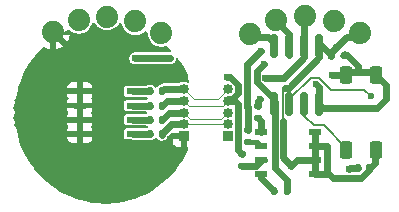
<source format=gbr>
%TF.GenerationSoftware,KiCad,Pcbnew,9.0.4*%
%TF.CreationDate,2025-12-16T21:44:14-08:00*%
%TF.ProjectId,Droplet,44726f70-6c65-4742-9e6b-696361645f70,rev?*%
%TF.SameCoordinates,Original*%
%TF.FileFunction,Copper,L1,Top*%
%TF.FilePolarity,Positive*%
%FSLAX46Y46*%
G04 Gerber Fmt 4.6, Leading zero omitted, Abs format (unit mm)*
G04 Created by KiCad (PCBNEW 9.0.4) date 2025-12-16 21:44:14*
%MOMM*%
%LPD*%
G01*
G04 APERTURE LIST*
G04 Aperture macros list*
%AMRoundRect*
0 Rectangle with rounded corners*
0 $1 Rounding radius*
0 $2 $3 $4 $5 $6 $7 $8 $9 X,Y pos of 4 corners*
0 Add a 4 corners polygon primitive as box body*
4,1,4,$2,$3,$4,$5,$6,$7,$8,$9,$2,$3,0*
0 Add four circle primitives for the rounded corners*
1,1,$1+$1,$2,$3*
1,1,$1+$1,$4,$5*
1,1,$1+$1,$6,$7*
1,1,$1+$1,$8,$9*
0 Add four rect primitives between the rounded corners*
20,1,$1+$1,$2,$3,$4,$5,0*
20,1,$1+$1,$4,$5,$6,$7,0*
20,1,$1+$1,$6,$7,$8,$9,0*
20,1,$1+$1,$8,$9,$2,$3,0*%
G04 Aperture macros list end*
%TA.AperFunction,SMDPad,CuDef*%
%ADD10RoundRect,0.135000X-0.135000X-0.185000X0.135000X-0.185000X0.135000X0.185000X-0.135000X0.185000X0*%
%TD*%
%TA.AperFunction,ComponentPad*%
%ADD11R,0.850000X0.850000*%
%TD*%
%TA.AperFunction,ComponentPad*%
%ADD12C,0.850000*%
%TD*%
%TA.AperFunction,CastellatedPad*%
%ADD13C,1.879600*%
%TD*%
%TA.AperFunction,SMDPad,CuDef*%
%ADD14RoundRect,0.150000X-0.150000X0.825000X-0.150000X-0.825000X0.150000X-0.825000X0.150000X0.825000X0*%
%TD*%
%TA.AperFunction,SMDPad,CuDef*%
%ADD15R,1.100000X0.540000*%
%TD*%
%TA.AperFunction,SMDPad,CuDef*%
%ADD16RoundRect,0.135000X-0.185000X0.135000X-0.185000X-0.135000X0.185000X-0.135000X0.185000X0.135000X0*%
%TD*%
%TA.AperFunction,SMDPad,CuDef*%
%ADD17RoundRect,0.275000X-0.275000X0.475000X-0.275000X-0.475000X0.275000X-0.475000X0.275000X0.475000X0*%
%TD*%
%TA.AperFunction,SMDPad,CuDef*%
%ADD18RoundRect,0.135000X0.135000X0.185000X-0.135000X0.185000X-0.135000X-0.185000X0.135000X-0.185000X0*%
%TD*%
%TA.AperFunction,SMDPad,CuDef*%
%ADD19RoundRect,0.140000X-0.219203X-0.021213X-0.021213X-0.219203X0.219203X0.021213X0.021213X0.219203X0*%
%TD*%
%TA.AperFunction,SMDPad,CuDef*%
%ADD20RoundRect,0.135000X0.185000X-0.135000X0.185000X0.135000X-0.185000X0.135000X-0.185000X-0.135000X0*%
%TD*%
%TA.AperFunction,SMDPad,CuDef*%
%ADD21RoundRect,0.140000X0.140000X0.170000X-0.140000X0.170000X-0.140000X-0.170000X0.140000X-0.170000X0*%
%TD*%
%TA.AperFunction,ViaPad*%
%ADD22C,0.600000*%
%TD*%
%TA.AperFunction,Conductor*%
%ADD23C,0.406400*%
%TD*%
%TA.AperFunction,Conductor*%
%ADD24C,0.558800*%
%TD*%
%TA.AperFunction,Conductor*%
%ADD25C,0.200000*%
%TD*%
%TA.AperFunction,Conductor*%
%ADD26C,0.203200*%
%TD*%
%TA.AperFunction,Conductor*%
%ADD27C,0.100000*%
%TD*%
G04 APERTURE END LIST*
D10*
%TO.P,R7,1*%
%TO.N,Net-(D2-Pad6)*%
X105213817Y-33822241D03*
%TO.P,R7,2*%
%TO.N,/PA1*%
X106233817Y-33822241D03*
%TD*%
D11*
%TO.P,J2,1,Pin_1*%
%TO.N,VBATT*%
X111832825Y-36417001D03*
D12*
%TO.P,J2,2,Pin_2*%
%TO.N,/PA6*%
X111832825Y-35417001D03*
%TO.P,J2,3,Pin_3*%
%TO.N,/PA7*%
X111832825Y-34417001D03*
%TO.P,J2,4,Pin_4*%
%TO.N,/PA1*%
X111832825Y-33417001D03*
%TO.P,J2,5,Pin_5*%
%TO.N,/PA2*%
X111832825Y-32417001D03*
%TD*%
D13*
%TO.P,J8,1,Pin_1*%
%TO.N,/PA2*%
X99200000Y-26600000D03*
%TD*%
D14*
%TO.P,U1,1,VCC*%
%TO.N,VBATT*%
X119579825Y-28767000D03*
%TO.P,U1,2,PA6*%
%TO.N,/PA6*%
X118309825Y-28767000D03*
%TO.P,U1,3,PA7*%
%TO.N,/PA7*%
X117039825Y-28767000D03*
%TO.P,U1,4,PA1*%
%TO.N,/PA1*%
X115769825Y-28767000D03*
%TO.P,U1,5,PA2*%
%TO.N,/PA2*%
X115769825Y-33717000D03*
%TO.P,U1,6,~{RESET}/PA0*%
%TO.N,/PA0*%
X117039825Y-33717000D03*
%TO.P,U1,7,PA3*%
%TO.N,/PA3*%
X118309825Y-33717000D03*
%TO.P,U1,8,GND*%
%TO.N,GND*%
X119579825Y-33717000D03*
%TD*%
D13*
%TO.P,J10,1,Pin_1*%
%TO.N,/PA7*%
X104000000Y-26700000D03*
%TD*%
D15*
%TO.P,D1,1,1*%
%TO.N,VBATT*%
X119172824Y-36031498D03*
%TO.P,D1,2,2*%
%TO.N,Net-(D1-Pad2)*%
X114652824Y-36031498D03*
%TO.P,D1,3,3*%
%TO.N,VBATT*%
X119172824Y-37231498D03*
%TO.P,D1,4,4*%
%TO.N,Net-(D1-Pad4)*%
X114652824Y-37231498D03*
%TO.P,D1,5,5*%
%TO.N,VBATT*%
X119172824Y-38431498D03*
%TO.P,D1,6,6*%
%TO.N,Net-(D1-Pad6)*%
X114652824Y-38431498D03*
%TO.P,D1,7,7*%
%TO.N,VBATT*%
X119172824Y-39631498D03*
%TO.P,D1,8,8*%
%TO.N,Net-(D1-Pad8)*%
X114652824Y-39631498D03*
%TD*%
D13*
%TO.P,J12,1,Pin_1*%
%TO.N,VBATT*%
X97000000Y-27600000D03*
%TD*%
%TO.P,J11,1,Pin_1*%
%TO.N,/PA6*%
X101600000Y-26300000D03*
%TD*%
D16*
%TO.P,R2,1*%
%TO.N,/PA7*%
X113500000Y-35890000D03*
%TO.P,R2,2*%
%TO.N,Net-(D1-Pad4)*%
X113500000Y-36910000D03*
%TD*%
D10*
%TO.P,R6,1*%
%TO.N,Net-(D2-Pad4)*%
X105208284Y-35017318D03*
%TO.P,R6,2*%
%TO.N,/PA7*%
X106228284Y-35017318D03*
%TD*%
D13*
%TO.P,J4,1,Pin_1*%
%TO.N,/PA7*%
X115900000Y-26600000D03*
%TD*%
D10*
%TO.P,R8,1*%
%TO.N,Net-(D2-Pad8)*%
X105219460Y-32613600D03*
%TO.P,R8,2*%
%TO.N,/PA2*%
X106239460Y-32613600D03*
%TD*%
D16*
%TO.P,R3,1*%
%TO.N,/PA1*%
X113030000Y-37894800D03*
%TO.P,R3,2*%
%TO.N,Net-(D1-Pad6)*%
X113030000Y-38914800D03*
%TD*%
D13*
%TO.P,J5,1,Pin_1*%
%TO.N,/PA1*%
X113700000Y-27800000D03*
%TD*%
D17*
%TO.P,U2,1,GND*%
%TO.N,GND*%
X124405824Y-31252498D03*
%TO.P,U2,2,GND*%
X121865824Y-31252498D03*
%TO.P,U2,3,OUT*%
%TO.N,/PA3*%
X121865824Y-37552498D03*
%TO.P,U2,4,Vcc*%
%TO.N,VBATT*%
X124405824Y-37552498D03*
%TD*%
D13*
%TO.P,J6,1,Pin_1*%
%TO.N,/PA2*%
X120800000Y-26700000D03*
%TD*%
%TO.P,J7,1,Pin_1*%
%TO.N,VBATT*%
X123000000Y-27700000D03*
%TD*%
D18*
%TO.P,R5,1*%
%TO.N,/PA6*%
X106226799Y-36220400D03*
%TO.P,R5,2*%
%TO.N,Net-(D2-Pad2)*%
X105206799Y-36220400D03*
%TD*%
D19*
%TO.P,C1,1*%
%TO.N,VBATT*%
X120996389Y-28895989D03*
%TO.P,C1,2*%
%TO.N,GND*%
X121675211Y-29574811D03*
%TD*%
D15*
%TO.P,D2,1,1*%
%TO.N,VBATT*%
X99289200Y-36217000D03*
%TO.P,D2,2,2*%
%TO.N,Net-(D2-Pad2)*%
X103809200Y-36217000D03*
%TO.P,D2,3,3*%
%TO.N,VBATT*%
X99289200Y-35017000D03*
%TO.P,D2,4,4*%
%TO.N,Net-(D2-Pad4)*%
X103809200Y-35017000D03*
%TO.P,D2,5,5*%
%TO.N,VBATT*%
X99289200Y-33817000D03*
%TO.P,D2,6,6*%
%TO.N,Net-(D2-Pad6)*%
X103809200Y-33817000D03*
%TO.P,D2,7,7*%
%TO.N,VBATT*%
X99289200Y-32617000D03*
%TO.P,D2,8,8*%
%TO.N,Net-(D2-Pad8)*%
X103809200Y-32617000D03*
%TD*%
D20*
%TO.P,R1,1*%
%TO.N,Net-(D1-Pad2)*%
X114400000Y-34910000D03*
%TO.P,R1,2*%
%TO.N,/PA6*%
X114400000Y-33890000D03*
%TD*%
D13*
%TO.P,J9,1,Pin_1*%
%TO.N,/PA1*%
X106200000Y-27700000D03*
%TD*%
D21*
%TO.P,C2,1*%
%TO.N,VBATT*%
X123780000Y-39100000D03*
%TO.P,C2,2*%
%TO.N,GND*%
X122820000Y-39100000D03*
%TD*%
D18*
%TO.P,R4,1*%
%TO.N,/PA2*%
X116791200Y-41046400D03*
%TO.P,R4,2*%
%TO.N,Net-(D1-Pad8)*%
X115771200Y-41046400D03*
%TD*%
D13*
%TO.P,J3,1,Pin_1*%
%TO.N,/PA6*%
X118338600Y-26250000D03*
%TD*%
D11*
%TO.P,J1,1,Pin_1*%
%TO.N,VBATT*%
X108077000Y-36417000D03*
D12*
%TO.P,J1,2,Pin_2*%
%TO.N,/PA6*%
X108077000Y-35417000D03*
%TO.P,J1,3,Pin_3*%
%TO.N,/PA7*%
X108077000Y-34417000D03*
%TO.P,J1,4,Pin_4*%
%TO.N,/PA1*%
X108077000Y-33417000D03*
%TO.P,J1,5,Pin_5*%
%TO.N,/PA2*%
X108077000Y-32417000D03*
%TD*%
D22*
%TO.N,GND*%
X119300000Y-32000000D03*
X120600000Y-31252498D03*
X125200000Y-33300000D03*
%TO.N,VBATT*%
X117200000Y-38900000D03*
%TO.N,/PA2*%
X114900000Y-30300000D03*
%TO.N,/PA6*%
X114503200Y-33300000D03*
%TO.N,/PA7*%
X113477636Y-33877636D03*
X114600000Y-29200000D03*
%TO.N,/PA1*%
X111728840Y-31398789D03*
%TO.N,VBATT*%
X96977200Y-39776400D03*
X97790000Y-33401000D03*
X101854000Y-39370000D03*
X120400000Y-39600000D03*
X106984800Y-37998400D03*
X105968800Y-39776400D03*
X124293215Y-38654003D03*
X97790000Y-36195000D03*
X99263200Y-31191200D03*
X120532324Y-29639998D03*
X94996000Y-34290000D03*
X99263200Y-37744400D03*
X98500000Y-28900000D03*
%TO.N,GND*%
X122881825Y-31013400D03*
X122100000Y-39200000D03*
%TO.N,/PA6*%
X115000000Y-31500000D03*
%TO.N,/PA2*%
X106929400Y-29800000D03*
X103970600Y-29815764D03*
%TO.N,/PA0*%
X123901200Y-33020000D03*
%TD*%
D23*
%TO.N,Net-(D1-Pad4)*%
X113500000Y-36910000D02*
X114331326Y-36910000D01*
X114331326Y-36910000D02*
X114652824Y-37231498D01*
D24*
%TO.N,/PA7*%
X113500000Y-35890000D02*
X113500000Y-33900000D01*
D23*
X113500000Y-33900000D02*
X113477636Y-33877636D01*
D25*
%TO.N,/PA0*%
X117039825Y-33717000D02*
X117039825Y-33251175D01*
X117039825Y-33251175D02*
X118842000Y-31449000D01*
X119528232Y-31449000D02*
X120570232Y-32491000D01*
X120570232Y-32491000D02*
X123372200Y-32491000D01*
X123372200Y-32491000D02*
X123901200Y-33020000D01*
X118842000Y-31449000D02*
X119528232Y-31449000D01*
D24*
%TO.N,GND*%
X119579825Y-32279825D02*
X119300000Y-32000000D01*
X119579825Y-33717000D02*
X119579825Y-32279825D01*
X120300000Y-34017000D02*
X119879825Y-34017000D01*
%TO.N,VBATT*%
X120996389Y-28895989D02*
X121892378Y-28000000D01*
X121892378Y-28000000D02*
X123003000Y-28000000D01*
X123003000Y-28000000D02*
X123164600Y-27838400D01*
%TO.N,GND*%
X125200000Y-33300000D02*
X125200000Y-32046674D01*
X125200000Y-32046674D02*
X124405824Y-31252498D01*
X121865824Y-31252498D02*
X120600000Y-31252498D01*
X120700000Y-34017000D02*
X120300000Y-34017000D01*
D25*
%TO.N,/PA3*%
X118309825Y-33717000D02*
X118309825Y-34709825D01*
X118309825Y-34709825D02*
X119101098Y-35501098D01*
X119101098Y-35501098D02*
X119964424Y-35501098D01*
X119964424Y-35501098D02*
X121865824Y-37402498D01*
X121865824Y-37402498D02*
X121865824Y-37552498D01*
D24*
%TO.N,GND*%
X125200000Y-33300000D02*
X124483000Y-34017000D01*
X124483000Y-34017000D02*
X120700000Y-34017000D01*
X119879825Y-34017000D02*
X119579825Y-33717000D01*
D25*
%TO.N,VBATT*%
X116483000Y-35100000D02*
X116483000Y-32473859D01*
X116483000Y-32473859D02*
X116645259Y-32311600D01*
D24*
X119579825Y-29741999D02*
X117010224Y-32311600D01*
X117010224Y-32311600D02*
X116645259Y-32311600D01*
X119579825Y-28767000D02*
X119579825Y-29741999D01*
X116483000Y-38183000D02*
X116483000Y-35100000D01*
X117200000Y-38900000D02*
X116483000Y-38183000D01*
X119172824Y-38431498D02*
X117668502Y-38431498D01*
X117668502Y-38431498D02*
X117200000Y-38900000D01*
D26*
X119579825Y-29224361D02*
X119579825Y-28767000D01*
D24*
%TO.N,/PA2*%
X114269600Y-31802542D02*
X114269600Y-30930400D01*
X114269600Y-30930400D02*
X114900000Y-30300000D01*
X115769825Y-33302767D02*
X114269600Y-31802542D01*
X115769825Y-33717000D02*
X115769825Y-33302767D01*
%TO.N,/PA6*%
X114400000Y-33890000D02*
X114400000Y-33403200D01*
X114400000Y-33403200D02*
X114503200Y-33300000D01*
%TO.N,/PA7*%
X113477636Y-33877636D02*
X113477636Y-30322364D01*
X113477636Y-30322364D02*
X114600000Y-29200000D01*
%TO.N,Net-(D1-Pad2)*%
X114652824Y-36031498D02*
X114652824Y-35162824D01*
X114652824Y-35162824D02*
X114400000Y-34910000D01*
%TO.N,/PA1*%
X113030000Y-37894801D02*
X112700000Y-37564801D01*
X112700000Y-37564801D02*
X112700000Y-33683136D01*
X112433865Y-33417001D02*
X111832825Y-33417001D01*
X112700000Y-33683136D02*
X112433865Y-33417001D01*
X115769825Y-28560498D02*
X115209327Y-28000000D01*
X115209327Y-28000000D02*
X113987058Y-28000000D01*
X113987058Y-28000000D02*
X113647658Y-27660600D01*
X113647658Y-27660600D02*
X113538000Y-27660600D01*
X112024332Y-31398789D02*
X111728840Y-31398789D01*
X112688225Y-32062682D02*
X112024332Y-31398789D01*
X112688225Y-32771320D02*
X112688225Y-32062682D01*
X112042544Y-33417001D02*
X112688225Y-32771320D01*
X111832825Y-33417001D02*
X112042544Y-33417001D01*
%TO.N,VBATT*%
X120243600Y-37236400D02*
X120243600Y-39443600D01*
X120243600Y-39443600D02*
X120400000Y-39600000D01*
X120730400Y-39930400D02*
X120400000Y-39600000D01*
X119172824Y-38431498D02*
X119172824Y-39631498D01*
X120238698Y-37231498D02*
X120243600Y-37236400D01*
X120368502Y-39631498D02*
X120400000Y-39600000D01*
X123847218Y-39100000D02*
X124293215Y-38654003D01*
X123780000Y-39100000D02*
X123847218Y-39100000D01*
X119172824Y-37231498D02*
X120238698Y-37231498D01*
X124293215Y-38654003D02*
X124293215Y-37665107D01*
X119172824Y-39631498D02*
X120368502Y-39631498D01*
X98300000Y-28900000D02*
X97000000Y-27600000D01*
X120532324Y-29512998D02*
X119579825Y-28560499D01*
X124293215Y-37665107D02*
X124405824Y-37552498D01*
X120532324Y-29639998D02*
X120532324Y-29512998D01*
X123780000Y-39260548D02*
X123110148Y-39930400D01*
X120532324Y-29639998D02*
X120532324Y-29360054D01*
X119172824Y-36031498D02*
X119172824Y-37231498D01*
X123780000Y-39100000D02*
X123780000Y-39260548D01*
X98500000Y-28900000D02*
X98300000Y-28900000D01*
X123110148Y-39930400D02*
X120730400Y-39930400D01*
X120532324Y-29360054D02*
X120996389Y-28895989D01*
X119172824Y-37231498D02*
X119172824Y-38431498D01*
%TO.N,GND*%
X121943343Y-29574811D02*
X121675211Y-29574811D01*
X122846224Y-30977799D02*
X122846224Y-30477692D01*
X122881825Y-31013400D02*
X122104922Y-31013400D01*
X122881825Y-31013400D02*
X124166726Y-31013400D01*
X122820000Y-39100000D02*
X122200000Y-39100000D01*
X122881825Y-31013400D02*
X122846224Y-30977799D01*
X124166726Y-31013400D02*
X124405824Y-31252498D01*
X122104922Y-31013400D02*
X121865824Y-31252498D01*
X122200000Y-39100000D02*
X122100000Y-39200000D01*
X122846224Y-30477692D02*
X121943343Y-29574811D01*
%TO.N,/PA1*%
X111870999Y-33417001D02*
X111832825Y-33417001D01*
D27*
X108077000Y-33417000D02*
X108501999Y-33841999D01*
D23*
X115769825Y-28560498D02*
X115769825Y-28691495D01*
D24*
X112015599Y-33272401D02*
X111870999Y-33417001D01*
X112187144Y-33272401D02*
X112015599Y-33272401D01*
D27*
X108501999Y-33841999D02*
X111407826Y-33842000D01*
X111407826Y-33842000D02*
X111832825Y-33417001D01*
D24*
X106639057Y-33417000D02*
X108077000Y-33417000D01*
X106233816Y-33822241D02*
X106639057Y-33417000D01*
D25*
X115769824Y-28560499D02*
X115769824Y-28691497D01*
D27*
X111548323Y-33655000D02*
X111705824Y-33497499D01*
D25*
X111705824Y-33513498D02*
X111705824Y-33497498D01*
%TO.N,/PA7*%
X111832825Y-34417000D02*
X112120775Y-34417000D01*
X112157825Y-34454050D02*
X112157825Y-34417000D01*
D24*
X106228283Y-35017318D02*
X106828602Y-34416999D01*
X106828602Y-34416999D02*
X108077000Y-34416999D01*
D27*
X111235322Y-34968000D02*
X111705824Y-34497498D01*
X108077000Y-34416999D02*
X108628001Y-34968000D01*
D24*
X117039825Y-27733425D02*
X115849400Y-26543000D01*
D27*
X108628001Y-34968000D02*
X111235322Y-34968000D01*
D25*
X112157825Y-34417000D02*
X111832825Y-34417000D01*
D24*
X117039825Y-28560498D02*
X117039825Y-27733425D01*
X117039825Y-29535497D02*
X117039825Y-28560498D01*
D25*
X111732543Y-34497498D02*
X111705824Y-34497497D01*
D27*
%TO.N,/PA6*%
X111625325Y-35417000D02*
X111705824Y-35497499D01*
D24*
X118309825Y-26266975D02*
X118338600Y-26238200D01*
X106226799Y-36220400D02*
X106226799Y-36323738D01*
D23*
X118309825Y-28560498D02*
X118309825Y-29278294D01*
D24*
X106226798Y-36220400D02*
X107030198Y-35417000D01*
X118309825Y-28767000D02*
X118309825Y-29741999D01*
D25*
X108077000Y-35417000D02*
X108157499Y-35497499D01*
D27*
X108077000Y-35417000D02*
X111625325Y-35417000D01*
D24*
X107030198Y-35417000D02*
X108077000Y-35417000D01*
X118309825Y-29741999D02*
X116551824Y-31500000D01*
X118309825Y-28767000D02*
X118309825Y-26266975D01*
X116551824Y-31500000D02*
X115000000Y-31500000D01*
%TO.N,/PA2*%
X115769825Y-33510498D02*
X115773200Y-33513873D01*
X106239459Y-32613600D02*
X106436059Y-32417000D01*
X103986364Y-29800000D02*
X106929400Y-29800000D01*
X99200000Y-26600000D02*
X99300000Y-26600000D01*
X115773200Y-39075173D02*
X116791199Y-40093172D01*
D27*
X108934000Y-33274000D02*
X110975826Y-33274000D01*
D24*
X115773200Y-33513873D02*
X115773200Y-39075173D01*
X116791199Y-40093172D02*
X116791199Y-41046400D01*
D27*
X108077000Y-32417000D02*
X108934000Y-33274000D01*
X110975826Y-33274000D02*
X111832825Y-32417001D01*
D24*
X103970600Y-29815764D02*
X103986364Y-29800000D01*
X106436059Y-32417000D02*
X108077000Y-32417000D01*
D25*
%TO.N,/PA0*%
X117039825Y-33510498D02*
X117039825Y-34485497D01*
%TO.N,Net-(D1-Pad2)*%
X114652824Y-35963624D02*
X114652824Y-36031498D01*
D24*
%TO.N,Net-(D1-Pad6)*%
X113030000Y-38914799D02*
X114169523Y-38914799D01*
D25*
X114742825Y-38491500D02*
X114256325Y-38491500D01*
D24*
X114169523Y-38914799D02*
X114652824Y-38431498D01*
D23*
X114652824Y-38431498D02*
X114932824Y-38431498D01*
D25*
X114372824Y-38491498D02*
X114742824Y-38491498D01*
D24*
%TO.N,Net-(D1-Pad8)*%
X114652824Y-39928023D02*
X115771201Y-41046400D01*
X114652824Y-39631498D02*
X114652824Y-39928023D01*
%TO.N,Net-(D2-Pad4)*%
X103809200Y-35017000D02*
X105207967Y-35017000D01*
X105207967Y-35017000D02*
X105208285Y-35017318D01*
%TO.N,Net-(D2-Pad8)*%
X103809200Y-32617000D02*
X105216061Y-32617000D01*
X105216061Y-32617000D02*
X105219461Y-32613600D01*
%TO.N,Net-(D2-Pad2)*%
X103809200Y-36217000D02*
X105203400Y-36217000D01*
X105203400Y-36217000D02*
X105206800Y-36220400D01*
%TO.N,Net-(D2-Pad6)*%
X103809200Y-33817000D02*
X105208577Y-33817000D01*
X105208577Y-33817000D02*
X105213818Y-33822241D01*
%TD*%
%TA.AperFunction,Conductor*%
%TO.N,VBATT*%
G36*
X100561836Y-26815221D02*
G01*
X100604659Y-26858259D01*
X100624725Y-26897643D01*
X100624728Y-26897647D01*
X100730228Y-27042856D01*
X100857144Y-27169772D01*
X101002353Y-27275272D01*
X101162277Y-27356757D01*
X101162279Y-27356757D01*
X101162280Y-27356758D01*
X101162283Y-27356760D01*
X101332973Y-27412221D01*
X101332977Y-27412222D01*
X101510253Y-27440300D01*
X101510256Y-27440300D01*
X101689747Y-27440300D01*
X101867022Y-27412222D01*
X101867026Y-27412221D01*
X102037716Y-27356760D01*
X102037718Y-27356758D01*
X102037723Y-27356757D01*
X102197647Y-27275272D01*
X102342856Y-27169772D01*
X102469772Y-27042856D01*
X102575272Y-26897647D01*
X102575531Y-26897137D01*
X102575666Y-26897002D01*
X102577306Y-26894327D01*
X102577948Y-26894720D01*
X102596330Y-26876335D01*
X102616626Y-26855008D01*
X102617885Y-26854776D01*
X102618792Y-26853870D01*
X102676801Y-26843941D01*
X102729909Y-26851008D01*
X102736828Y-26852181D01*
X102807000Y-26866653D01*
X102860172Y-26896924D01*
X102884784Y-26948122D01*
X102887778Y-26967026D01*
X102943239Y-27137716D01*
X102943241Y-27137719D01*
X102943242Y-27137722D01*
X102943243Y-27137723D01*
X103024728Y-27297647D01*
X103130228Y-27442856D01*
X103257144Y-27569772D01*
X103402353Y-27675272D01*
X103562277Y-27756757D01*
X103562279Y-27756757D01*
X103562280Y-27756758D01*
X103562283Y-27756760D01*
X103732973Y-27812221D01*
X103732977Y-27812222D01*
X103910253Y-27840300D01*
X103910256Y-27840300D01*
X104089747Y-27840300D01*
X104267022Y-27812222D01*
X104267026Y-27812221D01*
X104437716Y-27756760D01*
X104437718Y-27756758D01*
X104437723Y-27756757D01*
X104597647Y-27675272D01*
X104742856Y-27569772D01*
X104747697Y-27564931D01*
X104748463Y-27564540D01*
X104748866Y-27563781D01*
X104775642Y-27550690D01*
X104802212Y-27537150D01*
X104803061Y-27537284D01*
X104803834Y-27536907D01*
X104833182Y-27542052D01*
X104862644Y-27546717D01*
X104864100Y-27547474D01*
X104894839Y-27563781D01*
X104924611Y-27579575D01*
X105007095Y-27623332D01*
X105049639Y-27667305D01*
X105059700Y-27710788D01*
X105059700Y-27789747D01*
X105087777Y-27967022D01*
X105087778Y-27967026D01*
X105143239Y-28137716D01*
X105143241Y-28137719D01*
X105143242Y-28137722D01*
X105143243Y-28137723D01*
X105224728Y-28297647D01*
X105330228Y-28442856D01*
X105457144Y-28569772D01*
X105602353Y-28675272D01*
X105762277Y-28756757D01*
X105762279Y-28756757D01*
X105762280Y-28756758D01*
X105762283Y-28756760D01*
X105932973Y-28812221D01*
X105932977Y-28812222D01*
X106110253Y-28840300D01*
X106110256Y-28840300D01*
X106289747Y-28840300D01*
X106467016Y-28812223D01*
X106467017Y-28812222D01*
X106467021Y-28812222D01*
X106572725Y-28777875D01*
X106633909Y-28777875D01*
X106672384Y-28801102D01*
X106985680Y-29106177D01*
X106990543Y-29111262D01*
X107011379Y-29134657D01*
X107035961Y-29190687D01*
X107022915Y-29250465D01*
X106977224Y-29291158D01*
X106937449Y-29299500D01*
X106863508Y-29299500D01*
X106815194Y-29312445D01*
X106799215Y-29316727D01*
X106773593Y-29320100D01*
X104067574Y-29320100D01*
X104041952Y-29316727D01*
X104036492Y-29315264D01*
X103904708Y-29315264D01*
X103836247Y-29333608D01*
X103777409Y-29349373D01*
X103663290Y-29415260D01*
X103570096Y-29508454D01*
X103504209Y-29622573D01*
X103485139Y-29693742D01*
X103470100Y-29749872D01*
X103470100Y-29881656D01*
X103499984Y-29993186D01*
X103504209Y-30008954D01*
X103570096Y-30123073D01*
X103570098Y-30123075D01*
X103570100Y-30123078D01*
X103663286Y-30216264D01*
X103663288Y-30216265D01*
X103663290Y-30216267D01*
X103777410Y-30282154D01*
X103777408Y-30282154D01*
X103777412Y-30282155D01*
X103777414Y-30282156D01*
X103904708Y-30316264D01*
X103904710Y-30316264D01*
X104036490Y-30316264D01*
X104036492Y-30316264D01*
X104159618Y-30283272D01*
X104185239Y-30279900D01*
X106773593Y-30279900D01*
X106799215Y-30283273D01*
X106863508Y-30300500D01*
X106863509Y-30300500D01*
X106995290Y-30300500D01*
X106995292Y-30300500D01*
X107122586Y-30266392D01*
X107122588Y-30266390D01*
X107122590Y-30266390D01*
X107236709Y-30200503D01*
X107236709Y-30200502D01*
X107236714Y-30200500D01*
X107329900Y-30107314D01*
X107395792Y-29993186D01*
X107427251Y-29875775D01*
X107436424Y-29861650D01*
X107441176Y-29845490D01*
X107452671Y-29836632D01*
X107460574Y-29824463D01*
X107476298Y-29818426D01*
X107489642Y-29808145D01*
X107504149Y-29807735D01*
X107517695Y-29802536D01*
X107533963Y-29806894D01*
X107550803Y-29806420D01*
X107562778Y-29814615D01*
X107576796Y-29818371D01*
X107601298Y-29840975D01*
X107680265Y-29943459D01*
X107684345Y-29949163D01*
X107927713Y-30316264D01*
X107981200Y-30396945D01*
X107984877Y-30402944D01*
X108249185Y-30870699D01*
X108252426Y-30876944D01*
X108435771Y-31263143D01*
X108444119Y-31290114D01*
X108480270Y-31518363D01*
X108553257Y-31742992D01*
X108566389Y-31768765D01*
X108575960Y-31829197D01*
X108548183Y-31883714D01*
X108493666Y-31911491D01*
X108433234Y-31901920D01*
X108423178Y-31896026D01*
X108404752Y-31883714D01*
X108373286Y-31862689D01*
X108335413Y-31847001D01*
X108259450Y-31815536D01*
X108138608Y-31791500D01*
X108138606Y-31791500D01*
X108015394Y-31791500D01*
X108015391Y-31791500D01*
X107894549Y-31815536D01*
X107780714Y-31862688D01*
X107730822Y-31896026D01*
X107694320Y-31920415D01*
X107639320Y-31937100D01*
X106499239Y-31937100D01*
X106372878Y-31937100D01*
X106365967Y-31938951D01*
X106340174Y-31945862D01*
X106340174Y-31945863D01*
X106250825Y-31969804D01*
X106250823Y-31969804D01*
X106250819Y-31969806D01*
X106141392Y-32032984D01*
X106141391Y-32032985D01*
X106141392Y-32032986D01*
X106107485Y-32066892D01*
X106052968Y-32094668D01*
X106050406Y-32095040D01*
X106016284Y-32099532D01*
X105909058Y-32149533D01*
X105825393Y-32233198D01*
X105819184Y-32246515D01*
X105777455Y-32291263D01*
X105717394Y-32302937D01*
X105661942Y-32277078D01*
X105639736Y-32246515D01*
X105633526Y-32233198D01*
X105633525Y-32233197D01*
X105633525Y-32233196D01*
X105549864Y-32149535D01*
X105549862Y-32149534D01*
X105549861Y-32149533D01*
X105442635Y-32099532D01*
X105405686Y-32094668D01*
X105393776Y-32093100D01*
X105045144Y-32093100D01*
X105033234Y-32094668D01*
X104996285Y-32099532D01*
X104996284Y-32099533D01*
X104935614Y-32127824D01*
X104893775Y-32137100D01*
X103746019Y-32137100D01*
X103723526Y-32143127D01*
X103697904Y-32146500D01*
X103239452Y-32146500D01*
X103239451Y-32146500D01*
X103239441Y-32146501D01*
X103180972Y-32158132D01*
X103180966Y-32158134D01*
X103114651Y-32202445D01*
X103114645Y-32202451D01*
X103070334Y-32268766D01*
X103070332Y-32268772D01*
X103058701Y-32327241D01*
X103058700Y-32327253D01*
X103058700Y-32906746D01*
X103058701Y-32906758D01*
X103070332Y-32965227D01*
X103070334Y-32965233D01*
X103114645Y-33031548D01*
X103114648Y-33031552D01*
X103180969Y-33075867D01*
X103225431Y-33084711D01*
X103239441Y-33087498D01*
X103239446Y-33087498D01*
X103239452Y-33087500D01*
X103697904Y-33087500D01*
X103709421Y-33091242D01*
X103723526Y-33090873D01*
X103726807Y-33091752D01*
X103746020Y-33096900D01*
X104908358Y-33096900D01*
X104925107Y-33102342D01*
X104942705Y-33103049D01*
X104950188Y-33106172D01*
X104994599Y-33126880D01*
X105039346Y-33168607D01*
X105051021Y-33228668D01*
X105025164Y-33284121D01*
X104994600Y-33306328D01*
X104990644Y-33308173D01*
X104948500Y-33327824D01*
X104938496Y-33330042D01*
X104933452Y-33333407D01*
X104924875Y-33333062D01*
X104906663Y-33337100D01*
X103746019Y-33337100D01*
X103723526Y-33343127D01*
X103697904Y-33346500D01*
X103239452Y-33346500D01*
X103239451Y-33346500D01*
X103239441Y-33346501D01*
X103180972Y-33358132D01*
X103180966Y-33358134D01*
X103114651Y-33402445D01*
X103114645Y-33402451D01*
X103070334Y-33468766D01*
X103070332Y-33468772D01*
X103058701Y-33527241D01*
X103058700Y-33527253D01*
X103058700Y-34106746D01*
X103058701Y-34106758D01*
X103070332Y-34165227D01*
X103070334Y-34165233D01*
X103114645Y-34231548D01*
X103114648Y-34231552D01*
X103180969Y-34275867D01*
X103225431Y-34284711D01*
X103239441Y-34287498D01*
X103239446Y-34287498D01*
X103239452Y-34287500D01*
X103697904Y-34287500D01*
X103709421Y-34291242D01*
X103723526Y-34290873D01*
X103726807Y-34291752D01*
X103746020Y-34296900D01*
X104884184Y-34296900D01*
X104892104Y-34299473D01*
X104900338Y-34298227D01*
X104926020Y-34306174D01*
X104974468Y-34328765D01*
X105019214Y-34370492D01*
X105030889Y-34430553D01*
X105005031Y-34486006D01*
X104974468Y-34508212D01*
X104932410Y-34527824D01*
X104890573Y-34537100D01*
X103746019Y-34537100D01*
X103723526Y-34543127D01*
X103697904Y-34546500D01*
X103239452Y-34546500D01*
X103239451Y-34546500D01*
X103239441Y-34546501D01*
X103180972Y-34558132D01*
X103180966Y-34558134D01*
X103114651Y-34602445D01*
X103114645Y-34602451D01*
X103070334Y-34668766D01*
X103070332Y-34668772D01*
X103058701Y-34727241D01*
X103058700Y-34727253D01*
X103058700Y-35306746D01*
X103058701Y-35306758D01*
X103070332Y-35365227D01*
X103070334Y-35365233D01*
X103092043Y-35397722D01*
X103114648Y-35431552D01*
X103180969Y-35475867D01*
X103216226Y-35482880D01*
X103239441Y-35487498D01*
X103239446Y-35487498D01*
X103239452Y-35487500D01*
X103697904Y-35487500D01*
X103709421Y-35491242D01*
X103723526Y-35490873D01*
X103726807Y-35491752D01*
X103746020Y-35496900D01*
X104889209Y-35496900D01*
X104897020Y-35499438D01*
X104905139Y-35498190D01*
X104931042Y-35506173D01*
X104979542Y-35528789D01*
X105024288Y-35570516D01*
X105035963Y-35630577D01*
X105010105Y-35686030D01*
X104979542Y-35708235D01*
X104937538Y-35727823D01*
X104895697Y-35737100D01*
X103746019Y-35737100D01*
X103723526Y-35743127D01*
X103697904Y-35746500D01*
X103239452Y-35746500D01*
X103239451Y-35746500D01*
X103239441Y-35746501D01*
X103180972Y-35758132D01*
X103180966Y-35758134D01*
X103114651Y-35802445D01*
X103114645Y-35802451D01*
X103070334Y-35868766D01*
X103070332Y-35868772D01*
X103058701Y-35927241D01*
X103058700Y-35927253D01*
X103058700Y-36506746D01*
X103058701Y-36506758D01*
X103070332Y-36565227D01*
X103070334Y-36565233D01*
X103114645Y-36631548D01*
X103114648Y-36631552D01*
X103180969Y-36675867D01*
X103224189Y-36684464D01*
X103239441Y-36687498D01*
X103239446Y-36687498D01*
X103239452Y-36687500D01*
X103697904Y-36687500D01*
X103723526Y-36690873D01*
X103746020Y-36696900D01*
X104881114Y-36696900D01*
X104922953Y-36706176D01*
X104952697Y-36720045D01*
X104983626Y-36734468D01*
X105032483Y-36740900D01*
X105032484Y-36740900D01*
X105381113Y-36740900D01*
X105381115Y-36740900D01*
X105429972Y-36734468D01*
X105537203Y-36684465D01*
X105620864Y-36600804D01*
X105627074Y-36587485D01*
X105668802Y-36542737D01*
X105728863Y-36531062D01*
X105784316Y-36556919D01*
X105806523Y-36587484D01*
X105812734Y-36600804D01*
X105896395Y-36684465D01*
X105903904Y-36687966D01*
X105926822Y-36704013D01*
X105926984Y-36703803D01*
X105931811Y-36707507D01*
X105932063Y-36707683D01*
X105932134Y-36707754D01*
X106041565Y-36770934D01*
X106163619Y-36803638D01*
X106163621Y-36803638D01*
X106289977Y-36803638D01*
X106289979Y-36803638D01*
X106412033Y-36770934D01*
X106521464Y-36707754D01*
X106521522Y-36707695D01*
X106521722Y-36707555D01*
X106526614Y-36703802D01*
X106526777Y-36704015D01*
X106549701Y-36687963D01*
X106557203Y-36684465D01*
X106640864Y-36600804D01*
X106690867Y-36493573D01*
X106696746Y-36448913D01*
X106700335Y-36438919D01*
X106712879Y-36422718D01*
X106721698Y-36404229D01*
X106723508Y-36402371D01*
X106985437Y-36140443D01*
X107039953Y-36112666D01*
X107100385Y-36122237D01*
X107125444Y-36140443D01*
X107152001Y-36167000D01*
X107978000Y-36167000D01*
X108005612Y-36175971D01*
X107935386Y-36205060D01*
X107865060Y-36275386D01*
X107827000Y-36367272D01*
X107827000Y-36466728D01*
X107865060Y-36558614D01*
X107935386Y-36628940D01*
X108027272Y-36667000D01*
X108126728Y-36667000D01*
X108218614Y-36628940D01*
X108288940Y-36558614D01*
X108320313Y-36482871D01*
X108322155Y-36485407D01*
X108327000Y-36516000D01*
X108327000Y-37341999D01*
X108327001Y-37342000D01*
X108360182Y-37342000D01*
X108382232Y-37349164D01*
X108405128Y-37352791D01*
X108410775Y-37358438D01*
X108418373Y-37360907D01*
X108432001Y-37379665D01*
X108448392Y-37396056D01*
X108449641Y-37403943D01*
X108454337Y-37410407D01*
X108457963Y-37456488D01*
X108443621Y-37547034D01*
X108435563Y-37573388D01*
X108260351Y-37949100D01*
X108257231Y-37955226D01*
X108003479Y-38413363D01*
X107999942Y-38419257D01*
X107715002Y-38858690D01*
X107711064Y-38864324D01*
X107396323Y-39282916D01*
X107392003Y-39288264D01*
X107048974Y-39684002D01*
X107044294Y-39689037D01*
X106674619Y-40060026D01*
X106669600Y-40064724D01*
X106275091Y-40409149D01*
X106269759Y-40413488D01*
X105852276Y-40729721D01*
X105846655Y-40733679D01*
X105408246Y-41020170D01*
X105402365Y-41023728D01*
X104945130Y-41279106D01*
X104939015Y-41282248D01*
X104465165Y-41505277D01*
X104458848Y-41507987D01*
X103970651Y-41697600D01*
X103964160Y-41699865D01*
X103463989Y-41855140D01*
X103457357Y-41856949D01*
X102947608Y-41977142D01*
X102940866Y-41978486D01*
X102424015Y-42063012D01*
X102417197Y-42063885D01*
X101895726Y-42112340D01*
X101888863Y-42112738D01*
X101365288Y-42124889D01*
X101358414Y-42124810D01*
X100835252Y-42100596D01*
X100828400Y-42100040D01*
X100308182Y-42039580D01*
X100301385Y-42038550D01*
X99786610Y-41942134D01*
X99779901Y-41940634D01*
X99273071Y-41808729D01*
X99266483Y-41806768D01*
X99018251Y-41723388D01*
X98770011Y-41640005D01*
X98763591Y-41637597D01*
X98444872Y-41505277D01*
X98279896Y-41436785D01*
X98273643Y-41433931D01*
X97805049Y-41200036D01*
X97799008Y-41196754D01*
X97347778Y-40930906D01*
X97341980Y-40927213D01*
X96910284Y-40630691D01*
X96904756Y-40626604D01*
X96494688Y-40300846D01*
X96489457Y-40296386D01*
X96102972Y-39942946D01*
X96098064Y-39938134D01*
X95737050Y-39558738D01*
X95732487Y-39553596D01*
X95398660Y-39150047D01*
X95394473Y-39144613D01*
X95089451Y-38718866D01*
X95085645Y-38713143D01*
X94810917Y-38267274D01*
X94807516Y-38261300D01*
X94564385Y-37797430D01*
X94561407Y-37791234D01*
X94508900Y-37671513D01*
X94351046Y-37311592D01*
X94348518Y-37305235D01*
X94171953Y-36812165D01*
X94169864Y-36805624D01*
X94160098Y-36770934D01*
X94110393Y-36594370D01*
X94093630Y-36534824D01*
X98239199Y-36534824D01*
X98245601Y-36594370D01*
X98245603Y-36594381D01*
X98295846Y-36729088D01*
X98295847Y-36729090D01*
X98382007Y-36844184D01*
X98382015Y-36844192D01*
X98497109Y-36930352D01*
X98497111Y-36930353D01*
X98631818Y-36980596D01*
X98631829Y-36980598D01*
X98691376Y-36987000D01*
X99039199Y-36987000D01*
X99039200Y-36986999D01*
X99039200Y-36467001D01*
X99539200Y-36467001D01*
X99539200Y-36986999D01*
X99539201Y-36987000D01*
X99887024Y-36987000D01*
X99946570Y-36980598D01*
X99946581Y-36980596D01*
X100081288Y-36930353D01*
X100081290Y-36930352D01*
X100135428Y-36889824D01*
X107151999Y-36889824D01*
X107158401Y-36949370D01*
X107158403Y-36949381D01*
X107208646Y-37084088D01*
X107208647Y-37084090D01*
X107294807Y-37199184D01*
X107294815Y-37199192D01*
X107409909Y-37285352D01*
X107409911Y-37285353D01*
X107544618Y-37335596D01*
X107544629Y-37335598D01*
X107604176Y-37342000D01*
X107826999Y-37342000D01*
X107827000Y-37341999D01*
X107827000Y-36667001D01*
X107826999Y-36667000D01*
X107152001Y-36667000D01*
X107152000Y-36667001D01*
X107152000Y-36889824D01*
X107151999Y-36889824D01*
X100135428Y-36889824D01*
X100196384Y-36844192D01*
X100196392Y-36844184D01*
X100282552Y-36729090D01*
X100282553Y-36729088D01*
X100332796Y-36594381D01*
X100332798Y-36594370D01*
X100339200Y-36534824D01*
X100339200Y-36467001D01*
X100339199Y-36467000D01*
X99539201Y-36467000D01*
X99539200Y-36467001D01*
X99039200Y-36467001D01*
X99039199Y-36467000D01*
X98239201Y-36467000D01*
X98239200Y-36467001D01*
X98239200Y-36534824D01*
X98239199Y-36534824D01*
X94093630Y-36534824D01*
X94070545Y-36452820D01*
X94045004Y-36362094D01*
X94041300Y-36335267D01*
X94041300Y-36309678D01*
X94016967Y-36140443D01*
X94010755Y-36097236D01*
X93966709Y-35947227D01*
X93950287Y-35891297D01*
X93861131Y-35696069D01*
X93861127Y-35696060D01*
X93766527Y-35548856D01*
X93750975Y-35489684D01*
X93756248Y-35466644D01*
X93755537Y-35466454D01*
X93757216Y-35460187D01*
X93757217Y-35460186D01*
X93790807Y-35334824D01*
X98239199Y-35334824D01*
X98245601Y-35394370D01*
X98245603Y-35394381D01*
X98295844Y-35529085D01*
X98317244Y-35557671D01*
X98336980Y-35615586D01*
X98318905Y-35674041D01*
X98317244Y-35676329D01*
X98295844Y-35704914D01*
X98245603Y-35839618D01*
X98245601Y-35839629D01*
X98239200Y-35899175D01*
X98239200Y-35966999D01*
X98239201Y-35967000D01*
X99039199Y-35967000D01*
X99039200Y-35966999D01*
X99039200Y-35267001D01*
X99539200Y-35267001D01*
X99539200Y-35966999D01*
X99539201Y-35967000D01*
X100339199Y-35967000D01*
X100339200Y-35966999D01*
X100339200Y-35899175D01*
X100332798Y-35839629D01*
X100332796Y-35839618D01*
X100282555Y-35704915D01*
X100261156Y-35676330D01*
X100241419Y-35618415D01*
X100259493Y-35559960D01*
X100261156Y-35557670D01*
X100282555Y-35529084D01*
X100332796Y-35394381D01*
X100332798Y-35394370D01*
X100339200Y-35334824D01*
X100339200Y-35267001D01*
X100339199Y-35267000D01*
X99539201Y-35267000D01*
X99539200Y-35267001D01*
X99039200Y-35267001D01*
X99039199Y-35267000D01*
X98239201Y-35267000D01*
X98239200Y-35267001D01*
X98239200Y-35334824D01*
X98239199Y-35334824D01*
X93790807Y-35334824D01*
X93791325Y-35332892D01*
X93791325Y-35201108D01*
X93757217Y-35073814D01*
X93757215Y-35073811D01*
X93757215Y-35073809D01*
X93691328Y-34959690D01*
X93691326Y-34959688D01*
X93691325Y-34959686D01*
X93643640Y-34912001D01*
X93615865Y-34857487D01*
X93625436Y-34797055D01*
X93643639Y-34771999D01*
X93691325Y-34724314D01*
X93695259Y-34717500D01*
X93757215Y-34610190D01*
X93757215Y-34610188D01*
X93757217Y-34610186D01*
X93791325Y-34482892D01*
X93791325Y-34351108D01*
X93757217Y-34223814D01*
X93757215Y-34223811D01*
X93757215Y-34223809D01*
X93705839Y-34134824D01*
X98239199Y-34134824D01*
X98245601Y-34194370D01*
X98245603Y-34194381D01*
X98295844Y-34329085D01*
X98317244Y-34357671D01*
X98336980Y-34415586D01*
X98318905Y-34474041D01*
X98317244Y-34476329D01*
X98295844Y-34504914D01*
X98245603Y-34639618D01*
X98245601Y-34639629D01*
X98239200Y-34699175D01*
X98239200Y-34766999D01*
X98239201Y-34767000D01*
X99039199Y-34767000D01*
X99039200Y-34766999D01*
X99039200Y-34067001D01*
X99539200Y-34067001D01*
X99539200Y-34766999D01*
X99539201Y-34767000D01*
X100339199Y-34767000D01*
X100339200Y-34766999D01*
X100339200Y-34699175D01*
X100332798Y-34639629D01*
X100332796Y-34639618D01*
X100282555Y-34504915D01*
X100261156Y-34476330D01*
X100241419Y-34418415D01*
X100259493Y-34359960D01*
X100261156Y-34357670D01*
X100282555Y-34329084D01*
X100332796Y-34194381D01*
X100332798Y-34194370D01*
X100339200Y-34134824D01*
X100339200Y-34067001D01*
X100339199Y-34067000D01*
X99539201Y-34067000D01*
X99539200Y-34067001D01*
X99039200Y-34067001D01*
X99039199Y-34067000D01*
X98239201Y-34067000D01*
X98239200Y-34067001D01*
X98239200Y-34134824D01*
X98239199Y-34134824D01*
X93705839Y-34134824D01*
X93691328Y-34109690D01*
X93691326Y-34109688D01*
X93691325Y-34109686D01*
X93643640Y-34062001D01*
X93615865Y-34007487D01*
X93625436Y-33947055D01*
X93643639Y-33921999D01*
X93691325Y-33874314D01*
X93757217Y-33760186D01*
X93791325Y-33632892D01*
X93791325Y-33501108D01*
X93757217Y-33373814D01*
X93757216Y-33373812D01*
X93755537Y-33367546D01*
X93757608Y-33366990D01*
X93753559Y-33315587D01*
X93766538Y-33285172D01*
X93861149Y-33137952D01*
X93950311Y-32942711D01*
X93952627Y-32934824D01*
X98239199Y-32934824D01*
X98245601Y-32994370D01*
X98245603Y-32994381D01*
X98295844Y-33129085D01*
X98317244Y-33157671D01*
X98336980Y-33215586D01*
X98318905Y-33274041D01*
X98317244Y-33276329D01*
X98295844Y-33304914D01*
X98245603Y-33439618D01*
X98245601Y-33439629D01*
X98239200Y-33499175D01*
X98239200Y-33566999D01*
X98239201Y-33567000D01*
X99039199Y-33567000D01*
X99039200Y-33566999D01*
X99039200Y-32867001D01*
X99539200Y-32867001D01*
X99539200Y-33566999D01*
X99539201Y-33567000D01*
X100339199Y-33567000D01*
X100339200Y-33566999D01*
X100339200Y-33499175D01*
X100332798Y-33439629D01*
X100332796Y-33439618D01*
X100282555Y-33304915D01*
X100261156Y-33276330D01*
X100241419Y-33218415D01*
X100259493Y-33159960D01*
X100261156Y-33157670D01*
X100282555Y-33129084D01*
X100332796Y-32994381D01*
X100332798Y-32994370D01*
X100339200Y-32934824D01*
X100339200Y-32867001D01*
X100339199Y-32867000D01*
X99539201Y-32867000D01*
X99539200Y-32867001D01*
X99039200Y-32867001D01*
X99039199Y-32867000D01*
X98239201Y-32867000D01*
X98239200Y-32867001D01*
X98239200Y-32934824D01*
X98239199Y-32934824D01*
X93952627Y-32934824D01*
X94010780Y-32736769D01*
X94036545Y-32557568D01*
X94041325Y-32524323D01*
X94041325Y-32500736D01*
X94045216Y-32473254D01*
X94080510Y-32351108D01*
X94095516Y-32299175D01*
X98239200Y-32299175D01*
X98239200Y-32366999D01*
X98239201Y-32367000D01*
X99039199Y-32367000D01*
X99039200Y-32366999D01*
X99039200Y-31847001D01*
X99539200Y-31847001D01*
X99539200Y-32366999D01*
X99539201Y-32367000D01*
X100339199Y-32367000D01*
X100339200Y-32366999D01*
X100339200Y-32299175D01*
X100332798Y-32239629D01*
X100332796Y-32239618D01*
X100282553Y-32104911D01*
X100282552Y-32104909D01*
X100196392Y-31989815D01*
X100196384Y-31989807D01*
X100081290Y-31903647D01*
X100081288Y-31903646D01*
X99946581Y-31853403D01*
X99946570Y-31853401D01*
X99887024Y-31847000D01*
X99539201Y-31847000D01*
X99539200Y-31847001D01*
X99039200Y-31847001D01*
X99039199Y-31847000D01*
X98691376Y-31847000D01*
X98631829Y-31853401D01*
X98631818Y-31853403D01*
X98497111Y-31903646D01*
X98497109Y-31903647D01*
X98382015Y-31989807D01*
X98382007Y-31989815D01*
X98295847Y-32104909D01*
X98295846Y-32104911D01*
X98245603Y-32239618D01*
X98245601Y-32239629D01*
X98239200Y-32299175D01*
X94095516Y-32299175D01*
X94176402Y-32019244D01*
X94178593Y-32012563D01*
X94200337Y-31953433D01*
X94364021Y-31508306D01*
X94366668Y-31501829D01*
X94587448Y-31012009D01*
X94590545Y-31005742D01*
X94845564Y-30532835D01*
X94849118Y-30526773D01*
X94929670Y-30399890D01*
X95137070Y-30073197D01*
X95141045Y-30067403D01*
X95460489Y-29635422D01*
X95464843Y-29629951D01*
X95814170Y-29221745D01*
X95818911Y-29216587D01*
X96163722Y-28867279D01*
X96218057Y-28839150D01*
X96278550Y-28848330D01*
X96279122Y-28848619D01*
X96447308Y-28934314D01*
X96662849Y-29004348D01*
X96749999Y-29018150D01*
X96750000Y-29018149D01*
X96750000Y-28413542D01*
X96768907Y-28355351D01*
X96789110Y-28334712D01*
X97038358Y-28145351D01*
X97044048Y-28141339D01*
X97096863Y-28106841D01*
X97155921Y-28090850D01*
X97213100Y-28112627D01*
X97246559Y-28163853D01*
X97250000Y-28189728D01*
X97250000Y-29018150D01*
X97337150Y-29004348D01*
X97552691Y-28934314D01*
X97754617Y-28831428D01*
X97937965Y-28698218D01*
X98098218Y-28537965D01*
X98231428Y-28354617D01*
X98334314Y-28152691D01*
X98404348Y-27937149D01*
X98418151Y-27850000D01*
X97870631Y-27850000D01*
X97864760Y-27848092D01*
X97858701Y-27849279D01*
X97836119Y-27838786D01*
X97812440Y-27831093D01*
X97808810Y-27826098D01*
X97803213Y-27823497D01*
X97791113Y-27801739D01*
X97776476Y-27781593D01*
X97776476Y-27775418D01*
X97773476Y-27770024D01*
X97776476Y-27745309D01*
X97776476Y-27720407D01*
X97780105Y-27715411D01*
X97780849Y-27709284D01*
X97797802Y-27691053D01*
X97812440Y-27670907D01*
X97822516Y-27664479D01*
X97969439Y-27582774D01*
X97975683Y-27579586D01*
X98316063Y-27420824D01*
X98376791Y-27413362D01*
X98427911Y-27440539D01*
X98457144Y-27469772D01*
X98602353Y-27575272D01*
X98762277Y-27656757D01*
X98762279Y-27656757D01*
X98762280Y-27656758D01*
X98762283Y-27656760D01*
X98932973Y-27712221D01*
X98932977Y-27712222D01*
X99110253Y-27740300D01*
X99110256Y-27740300D01*
X99289747Y-27740300D01*
X99467022Y-27712222D01*
X99467026Y-27712221D01*
X99637716Y-27656760D01*
X99637718Y-27656758D01*
X99637723Y-27656757D01*
X99797647Y-27575272D01*
X99942856Y-27469772D01*
X100069772Y-27342856D01*
X100175272Y-27197647D01*
X100256757Y-27037723D01*
X100304542Y-26890654D01*
X100318311Y-26871704D01*
X100329046Y-26850895D01*
X100335956Y-26847417D01*
X100340506Y-26841156D01*
X100383698Y-26823392D01*
X100501454Y-26805346D01*
X100561836Y-26815221D01*
G37*
%TD.AperFunction*%
%TD*%
M02*

</source>
